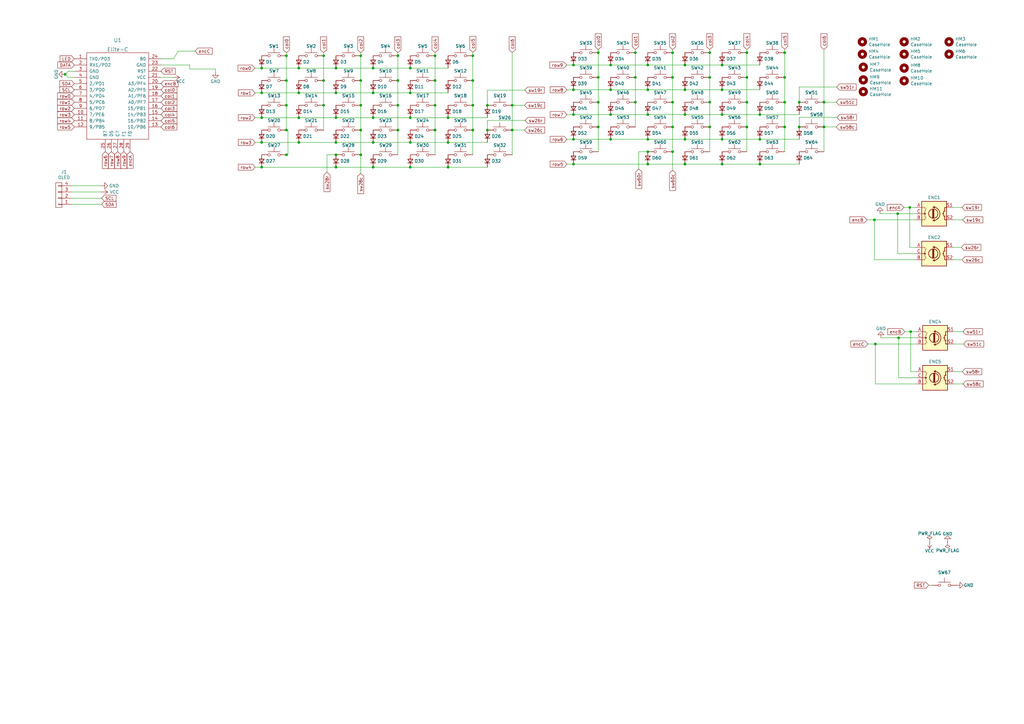
<source format=kicad_sch>
(kicad_sch (version 20211123) (generator eeschema)
  (paper "A3")
  (junction (at 306.324 52.07))
  (junction (at 373.126 85.09))
  (junction (at 265.684 57.15))
  (junction (at 280.924 36.83))
  (junction (at 122.555 48.26))
  (junction (at 275.844 41.91))
  (junction (at 147.955 43.18))
  (junction (at 193.929 53.34))
  (junction (at 265.684 26.67))
  (junction (at 235.204 46.99))
  (junction (at 122.555 27.94))
  (junction (at 327.787 52.07))
  (junction (at 291.084 41.91))
  (junction (at 163.195 33.02))
  (junction (at 107.315 58.42))
  (junction (at 168.275 48.26))
  (junction (at 153.035 38.1))
  (junction (at 296.164 46.99))
  (junction (at 163.195 22.86))
  (junction (at 147.955 53.34))
  (junction (at 368.554 138.557))
  (junction (at 306.324 31.75))
  (junction (at 250.444 26.67))
  (junction (at 321.818 21.59))
  (junction (at 235.204 57.15))
  (junction (at 199.898 53.34))
  (junction (at 291.084 52.07))
  (junction (at 178.435 53.34))
  (junction (at 280.924 57.15))
  (junction (at 183.769 48.26))
  (junction (at 245.364 21.59))
  (junction (at 117.475 33.02))
  (junction (at 147.955 33.02))
  (junction (at 147.955 22.86))
  (junction (at 153.035 58.42))
  (junction (at 178.435 33.02))
  (junction (at 168.275 68.58))
  (junction (at 359.029 141.097))
  (junction (at 193.929 22.86))
  (junction (at 275.844 52.07))
  (junction (at 132.715 22.86))
  (junction (at 210.058 43.18))
  (junction (at 137.795 58.42))
  (junction (at 311.658 67.31))
  (junction (at 147.955 63.5))
  (junction (at 373.507 136.017))
  (junction (at 132.715 33.02))
  (junction (at 245.364 31.75))
  (junction (at 275.844 21.59))
  (junction (at 260.604 21.59))
  (junction (at 178.435 22.86))
  (junction (at 163.195 43.18))
  (junction (at 311.658 46.99))
  (junction (at 260.604 41.91))
  (junction (at 280.924 46.99))
  (junction (at 296.164 67.31))
  (junction (at 137.795 48.26))
  (junction (at 321.818 41.91))
  (junction (at 275.844 62.23))
  (junction (at 280.924 67.31))
  (junction (at 235.204 26.67))
  (junction (at 163.195 53.34))
  (junction (at 122.555 38.1))
  (junction (at 265.684 62.23))
  (junction (at 265.684 67.31))
  (junction (at 122.555 58.42))
  (junction (at 235.204 36.83))
  (junction (at 321.818 52.07))
  (junction (at 210.058 53.34))
  (junction (at 296.164 36.83))
  (junction (at 199.898 43.18))
  (junction (at 291.084 31.75))
  (junction (at 260.604 31.75))
  (junction (at 337.947 52.07))
  (junction (at 245.364 52.07))
  (junction (at 235.204 67.31))
  (junction (at 291.084 21.59))
  (junction (at 168.275 38.1))
  (junction (at 193.929 43.18))
  (junction (at 183.769 58.42))
  (junction (at 306.324 41.91))
  (junction (at 193.929 33.02))
  (junction (at 153.035 48.26))
  (junction (at 132.715 43.18))
  (junction (at 306.324 21.59))
  (junction (at 168.275 27.94))
  (junction (at 26.67 30.48))
  (junction (at 280.924 26.67))
  (junction (at 311.658 57.15))
  (junction (at 245.364 41.91))
  (junction (at 327.787 41.91))
  (junction (at 250.444 46.99))
  (junction (at 107.315 68.58))
  (junction (at 178.435 43.18))
  (junction (at 250.444 36.83))
  (junction (at 275.844 31.75))
  (junction (at 153.035 68.58))
  (junction (at 117.475 53.34))
  (junction (at 265.684 36.83))
  (junction (at 137.795 27.94))
  (junction (at 117.475 22.86))
  (junction (at 296.164 26.67))
  (junction (at 265.684 46.99))
  (junction (at 107.315 48.26))
  (junction (at 183.769 68.58))
  (junction (at 321.818 31.75))
  (junction (at 137.795 63.5))
  (junction (at 358.648 90.17))
  (junction (at 337.947 41.91))
  (junction (at 107.315 38.1))
  (junction (at 117.475 43.18))
  (junction (at 117.475 63.5))
  (junction (at 137.795 38.1))
  (junction (at 368.173 87.63))
  (junction (at 107.315 27.94))
  (junction (at 296.164 57.15))
  (junction (at 168.275 58.42))
  (junction (at 137.795 68.58))
  (junction (at 153.035 27.94))
  (junction (at 250.444 57.15))
  (wire (pts (xy 368.554 138.557) (xy 361.315 138.557)))
  (wire (pts (xy 235.204 67.31) (xy 265.684 67.31)))
  (wire (pts (xy 183.769 68.58) (xy 199.898 68.58)))
  (wire (pts (xy 250.444 46.99) (xy 265.684 46.99)))
  (wire (pts (xy 291.084 62.23) (xy 291.084 52.07)))
  (wire (pts (xy 391.16 136.017) (xy 394.97 136.017)))
  (wire (pts (xy 199.898 53.34) (xy 199.898 49.403)))
  (wire (pts (xy 275.844 52.07) (xy 275.844 62.23)))
  (wire (pts (xy 29.21 81.28) (xy 41.656 81.28)))
  (wire (pts (xy 375.92 152.4) (xy 373.507 152.4)))
  (wire (pts (xy 337.947 52.07) (xy 337.947 62.23)))
  (wire (pts (xy 147.955 21.59) (xy 147.955 22.86)))
  (wire (pts (xy 210.058 53.34) (xy 215.138 53.34)))
  (wire (pts (xy 373.507 136.017) (xy 371.094 136.017)))
  (wire (pts (xy 107.315 48.26) (xy 122.555 48.26)))
  (wire (pts (xy 193.929 53.34) (xy 193.929 63.5)))
  (wire (pts (xy 337.947 20.32) (xy 337.947 41.91)))
  (wire (pts (xy 280.924 26.67) (xy 296.164 26.67)))
  (wire (pts (xy 117.475 53.34) (xy 118.11 53.34)))
  (wire (pts (xy 275.844 41.91) (xy 275.844 31.75)))
  (wire (pts (xy 147.955 43.18) (xy 147.955 33.02)))
  (wire (pts (xy 265.684 26.67) (xy 280.924 26.67)))
  (wire (pts (xy 28.067 29.21) (xy 30.48 29.21)))
  (wire (pts (xy 327.787 52.07) (xy 327.787 48.133)))
  (wire (pts (xy 163.195 33.02) (xy 163.195 22.86)))
  (wire (pts (xy 359.029 141.097) (xy 375.92 141.097)))
  (wire (pts (xy 391.16 157.48) (xy 394.97 157.48)))
  (wire (pts (xy 260.604 20.32) (xy 260.604 21.59)))
  (wire (pts (xy 66.04 26.67) (xy 77.851 26.67)))
  (wire (pts (xy 327.787 35.687) (xy 343.154 35.687)))
  (wire (pts (xy 26.67 30.48) (xy 28.067 31.75)))
  (wire (pts (xy 132.715 21.59) (xy 132.715 22.86)))
  (wire (pts (xy 199.898 43.18) (xy 199.898 36.957)))
  (wire (pts (xy 391.16 141.097) (xy 395.224 141.097)))
  (wire (pts (xy 168.275 58.42) (xy 183.769 58.42)))
  (wire (pts (xy 147.955 63.5) (xy 147.955 71.12)))
  (wire (pts (xy 265.684 67.31) (xy 280.924 67.31)))
  (wire (pts (xy 265.684 36.83) (xy 280.924 36.83)))
  (wire (pts (xy 178.435 43.18) (xy 178.435 33.02)))
  (wire (pts (xy 117.475 21.59) (xy 117.475 22.86)))
  (wire (pts (xy 358.648 90.17) (xy 375.539 90.17)))
  (wire (pts (xy 265.684 57.15) (xy 280.924 57.15)))
  (wire (pts (xy 373.507 152.4) (xy 373.507 136.017)))
  (wire (pts (xy 107.315 38.1) (xy 104.648 38.1)))
  (wire (pts (xy 235.204 26.67) (xy 232.41 26.67)))
  (wire (pts (xy 137.795 58.42) (xy 153.035 58.42)))
  (wire (pts (xy 375.539 101.473) (xy 373.126 101.473)))
  (wire (pts (xy 306.324 20.32) (xy 306.324 21.59)))
  (wire (pts (xy 296.164 36.83) (xy 311.658 36.83)))
  (wire (pts (xy 153.035 58.42) (xy 168.275 58.42)))
  (wire (pts (xy 391.16 152.4) (xy 394.716 152.4)))
  (wire (pts (xy 235.204 26.67) (xy 250.444 26.67)))
  (wire (pts (xy 250.444 36.83) (xy 265.684 36.83)))
  (wire (pts (xy 210.058 43.18) (xy 210.058 53.34)))
  (wire (pts (xy 66.04 24.13) (xy 71.247 24.13)))
  (wire (pts (xy 260.604 41.91) (xy 260.604 52.07)))
  (wire (pts (xy 178.435 53.34) (xy 178.435 43.18)))
  (wire (pts (xy 260.604 21.59) (xy 260.604 31.75)))
  (wire (pts (xy 359.029 141.097) (xy 355.981 141.097)))
  (wire (pts (xy 28.067 29.21) (xy 26.67 30.48)))
  (wire (pts (xy 193.929 43.18) (xy 193.929 53.34)))
  (wire (pts (xy 235.204 57.15) (xy 250.444 57.15)))
  (wire (pts (xy 250.444 26.67) (xy 265.684 26.67)))
  (wire (pts (xy 134.112 63.5) (xy 134.112 70.612)))
  (wire (pts (xy 116.84 63.5) (xy 117.475 63.5)))
  (wire (pts (xy 311.658 67.31) (xy 327.787 67.31)))
  (wire (pts (xy 153.035 48.26) (xy 168.275 48.26)))
  (wire (pts (xy 291.084 31.75) (xy 291.084 21.59)))
  (wire (pts (xy 321.818 41.91) (xy 321.818 52.07)))
  (wire (pts (xy 88.392 28.321) (xy 77.851 28.321)))
  (wire (pts (xy 375.539 104.013) (xy 368.173 104.013)))
  (wire (pts (xy 306.324 41.91) (xy 306.324 31.75)))
  (wire (pts (xy 132.715 22.86) (xy 132.715 33.02)))
  (wire (pts (xy 390.779 101.473) (xy 394.335 101.473)))
  (wire (pts (xy 183.769 48.26) (xy 199.898 48.26)))
  (wire (pts (xy 321.818 21.59) (xy 321.818 31.75)))
  (wire (pts (xy 163.195 63.5) (xy 163.195 53.34)))
  (wire (pts (xy 306.324 52.07) (xy 306.324 41.91)))
  (wire (pts (xy 321.818 31.75) (xy 321.818 41.91)))
  (wire (pts (xy 122.555 58.42) (xy 137.795 58.42)))
  (wire (pts (xy 321.818 52.07) (xy 321.818 62.23)))
  (wire (pts (xy 327.787 41.91) (xy 327.787 35.687)))
  (wire (pts (xy 368.173 104.013) (xy 368.173 87.63)))
  (wire (pts (xy 275.844 62.23) (xy 275.844 69.85)))
  (wire (pts (xy 168.275 27.94) (xy 183.769 27.94)))
  (wire (pts (xy 29.21 83.82) (xy 41.656 83.82)))
  (wire (pts (xy 358.648 106.553) (xy 358.648 90.17)))
  (wire (pts (xy 107.315 68.58) (xy 137.795 68.58)))
  (wire (pts (xy 210.058 21.59) (xy 210.058 43.18)))
  (wire (pts (xy 373.126 101.473) (xy 373.126 85.09)))
  (wire (pts (xy 306.324 21.59) (xy 306.324 31.75)))
  (wire (pts (xy 134.112 63.5) (xy 137.795 63.5)))
  (wire (pts (xy 210.058 43.18) (xy 215.138 43.18)))
  (wire (pts (xy 178.435 22.86) (xy 178.435 33.02)))
  (wire (pts (xy 80.01 20.955) (xy 73.025 20.955)))
  (wire (pts (xy 118.11 63.5) (xy 118.11 53.34)))
  (wire (pts (xy 137.795 27.94) (xy 153.035 27.94)))
  (wire (pts (xy 280.924 36.83) (xy 296.164 36.83)))
  (wire (pts (xy 275.844 31.75) (xy 275.844 21.59)))
  (wire (pts (xy 245.364 52.07) (xy 245.364 41.91)))
  (wire (pts (xy 178.435 63.5) (xy 178.435 53.34)))
  (wire (pts (xy 137.795 38.1) (xy 153.035 38.1)))
  (wire (pts (xy 306.324 62.23) (xy 306.324 52.07)))
  (wire (pts (xy 375.92 136.017) (xy 373.507 136.017)))
  (wire (pts (xy 265.684 46.99) (xy 280.924 46.99)))
  (wire (pts (xy 29.21 76.2) (xy 41.656 76.2)))
  (wire (pts (xy 122.555 48.26) (xy 137.795 48.26)))
  (wire (pts (xy 199.898 36.957) (xy 215.265 36.957)))
  (wire (pts (xy 337.947 52.07) (xy 343.027 52.07)))
  (wire (pts (xy 193.929 22.86) (xy 193.929 33.02)))
  (wire (pts (xy 163.195 43.18) (xy 163.195 33.02)))
  (wire (pts (xy 210.058 53.34) (xy 210.058 63.5)))
  (wire (pts (xy 375.539 85.09) (xy 373.126 85.09)))
  (wire (pts (xy 122.555 27.94) (xy 137.795 27.94)))
  (wire (pts (xy 235.204 46.99) (xy 232.537 46.99)))
  (wire (pts (xy 137.795 68.58) (xy 153.035 68.58)))
  (wire (pts (xy 66.04 31.75) (xy 71.12 31.75)))
  (wire (pts (xy 275.844 52.07) (xy 275.844 41.91)))
  (wire (pts (xy 107.315 27.94) (xy 122.555 27.94)))
  (wire (pts (xy 153.035 68.58) (xy 168.275 68.58)))
  (wire (pts (xy 117.475 63.5) (xy 118.11 63.5)))
  (wire (pts (xy 107.315 68.58) (xy 104.648 68.58)))
  (wire (pts (xy 107.315 58.42) (xy 122.555 58.42)))
  (wire (pts (xy 199.898 49.403) (xy 215.392 49.403)))
  (wire (pts (xy 117.475 22.86) (xy 117.475 33.02)))
  (wire (pts (xy 327.787 48.133) (xy 343.281 48.133)))
  (wire (pts (xy 296.164 67.31) (xy 311.658 67.31)))
  (wire (pts (xy 275.844 20.32) (xy 275.844 21.59)))
  (wire (pts (xy 117.475 43.18) (xy 117.475 53.34)))
  (wire (pts (xy 73.025 20.955) (xy 71.247 24.13)))
  (wire (pts (xy 235.204 36.83) (xy 250.444 36.83)))
  (wire (pts (xy 147.955 53.34) (xy 147.955 43.18)))
  (wire (pts (xy 311.658 57.15) (xy 327.787 57.15)))
  (wire (pts (xy 296.164 46.99) (xy 311.658 46.99)))
  (wire (pts (xy 29.21 78.74) (xy 41.656 78.74)))
  (wire (pts (xy 117.475 33.02) (xy 117.475 43.18)))
  (wire (pts (xy 291.084 20.32) (xy 291.084 21.59)))
  (wire (pts (xy 359.029 157.48) (xy 375.92 157.48)))
  (wire (pts (xy 153.035 27.94) (xy 168.275 27.94)))
  (wire (pts (xy 183.769 58.42) (xy 199.898 58.42)))
  (wire (pts (xy 296.164 57.15) (xy 311.658 57.15)))
  (wire (pts (xy 168.275 38.1) (xy 183.769 38.1)))
  (wire (pts (xy 235.204 57.15) (xy 232.537 57.15)))
  (wire (pts (xy 245.364 52.07) (xy 245.364 62.23)))
  (wire (pts (xy 132.715 43.18) (xy 132.715 53.34)))
  (wire (pts (xy 107.315 38.1) (xy 122.555 38.1)))
  (wire (pts (xy 132.715 33.02) (xy 132.715 43.18)))
  (wire (pts (xy 107.315 58.42) (xy 104.648 58.42)))
  (wire (pts (xy 137.795 48.26) (xy 153.035 48.26)))
  (wire (pts (xy 28.067 31.75) (xy 30.48 31.75)))
  (wire (pts (xy 168.275 48.26) (xy 183.769 48.26)))
  (wire (pts (xy 337.947 41.91) (xy 343.027 41.91)))
  (wire (pts (xy 168.275 68.58) (xy 183.769 68.58)))
  (wire (pts (xy 375.92 138.557) (xy 368.554 138.557)))
  (wire (pts (xy 77.851 28.321) (xy 77.851 26.67)))
  (wire (pts (xy 235.204 46.99) (xy 250.444 46.99)))
  (wire (pts (xy 296.164 26.67) (xy 311.658 26.67)))
  (wire (pts (xy 373.126 85.09) (xy 370.713 85.09)))
  (wire (pts (xy 262.001 62.23) (xy 265.684 62.23)))
  (wire (pts (xy 147.955 53.34) (xy 147.955 63.5)))
  (wire (pts (xy 260.604 31.75) (xy 260.604 41.91)))
  (wire (pts (xy 88.392 28.321) (xy 88.392 29.591)))
  (wire (pts (xy 178.435 21.59) (xy 178.435 22.86)))
  (wire (pts (xy 337.947 41.91) (xy 337.947 52.07)))
  (wire (pts (xy 311.658 46.99) (xy 327.787 46.99)))
  (wire (pts (xy 380.873 240.03) (xy 382.27 240.03)))
  (wire (pts (xy 122.555 38.1) (xy 137.795 38.1)))
  (wire (pts (xy 116.84 53.34) (xy 117.475 53.34)))
  (wire (pts (xy 291.084 52.07) (xy 291.084 41.91)))
  (wire (pts (xy 358.648 90.17) (xy 355.6 90.17)))
  (wire (pts (xy 104.648 48.26) (xy 107.315 48.26)))
  (wire (pts (xy 193.929 33.02) (xy 193.929 43.18)))
  (wire (pts (xy 193.929 21.463) (xy 193.929 22.86)))
  (wire (pts (xy 358.648 106.553) (xy 375.539 106.553)))
  (wire (pts (xy 280.924 46.99) (xy 296.164 46.99)))
  (wire (pts (xy 375.539 87.63) (xy 368.173 87.63)))
  (wire (pts (xy 390.779 90.17) (xy 394.843 90.17)))
  (wire (pts (xy 359.029 157.48) (xy 359.029 141.097)))
  (wire (pts (xy 280.924 57.15) (xy 296.164 57.15)))
  (wire (pts (xy 235.204 67.31) (xy 232.537 67.31)))
  (wire (pts (xy 245.364 21.59) (xy 245.364 31.75)))
  (wire (pts (xy 390.779 106.553) (xy 394.589 106.553)))
  (wire (pts (xy 245.364 31.75) (xy 245.364 41.91)))
  (wire (pts (xy 250.444 57.15) (xy 265.684 57.15)))
  (wire (pts (xy 153.035 38.1) (xy 168.275 38.1)))
  (wire (pts (xy 245.364 20.32) (xy 245.364 21.59)))
  (wire (pts (xy 280.924 67.31) (xy 296.164 67.31)))
  (wire (pts (xy 163.195 21.59) (xy 163.195 22.86)))
  (wire (pts (xy 107.315 27.94) (xy 104.521 27.94)))
  (wire (pts (xy 390.779 85.09) (xy 394.589 85.09)))
  (wire (pts (xy 291.084 41.91) (xy 291.084 31.75)))
  (wire (pts (xy 163.195 53.34) (xy 163.195 43.18)))
  (wire (pts (xy 321.818 20.193) (xy 321.818 21.59)))
  (wire (pts (xy 368.173 87.63) (xy 360.934 87.63)))
  (wire (pts (xy 235.204 36.83) (xy 232.537 36.83)))
  (wire (pts (xy 368.554 154.94) (xy 368.554 138.557)))
  (wire (pts (xy 375.92 154.94) (xy 368.554 154.94)))
  (wire (pts (xy 262.001 62.23) (xy 262.001 69.342)))
  (wire (pts (xy 147.955 33.02) (xy 147.955 22.86)))
  (global_label "sw58r" (shape input) (at 343.281 48.133 0) (property "Intersheet References" "${INTERSHEET_REFS}" (effects hide)))
  (global_label "col6" (shape input) (at 66.04 52.07 0) (property "Intersheet References" "${INTERSHEET_REFS}" (effects hide)))
  (global_label "row7" (shape input) (at 45.72 62.23 270) (property "Intersheet References" "${INTERSHEET_REFS}" (effects hide)))
  (global_label "row2" (shape input) (at 30.48 44.45 180) (property "Intersheet References" "${INTERSHEET_REFS}" (effects hide)))
  (global_label "col5" (shape input) (at 193.929 21.463 90) (property "Intersheet References" "${INTERSHEET_REFS}" (effects hide)))
  (global_label "col0" (shape input) (at 245.364 20.32 90) (property "Intersheet References" "${INTERSHEET_REFS}" (effects hide)))
  (global_label "SDA" (shape input) (at 30.48 34.29 180) (property "Intersheet References" "${INTERSHEET_REFS}" (effects hide)))
  (global_label "row4" (shape input) (at 104.648 68.58 180) (property "Intersheet References" "${INTERSHEET_REFS}" (effects hide)))
  (global_label "col3" (shape input) (at 291.084 20.32 90) (property "Intersheet References" "${INTERSHEET_REFS}" (effects hide)))
  (global_label "encB" (shape input) (at 66.04 34.29 0) (property "Intersheet References" "${INTERSHEET_REFS}" (effects hide)))
  (global_label "row3" (shape input) (at 104.648 58.42 180) (property "Intersheet References" "${INTERSHEET_REFS}" (effects hide)))
  (global_label "sw51r" (shape input) (at 394.97 136.017 0) (property "Intersheet References" "${INTERSHEET_REFS}" (effects hide)))
  (global_label "row0" (shape input) (at 104.521 27.94 180) (property "Intersheet References" "${INTERSHEET_REFS}" (effects hide)))
  (global_label "row6" (shape input) (at 43.18 62.23 270) (property "Intersheet References" "${INTERSHEET_REFS}" (effects hide)))
  (global_label "col3" (shape input) (at 66.04 44.45 0) (property "Intersheet References" "${INTERSHEET_REFS}" (effects hide)))
  (global_label "sw60c" (shape input) (at 275.844 69.85 270) (property "Intersheet References" "${INTERSHEET_REFS}" (effects hide)))
  (global_label "sw28r" (shape input) (at 134.112 70.612 270) (property "Intersheet References" "${INTERSHEET_REFS}" (effects hide)))
  (global_label "col3" (shape input) (at 163.195 21.59 90) (property "Intersheet References" "${INTERSHEET_REFS}" (effects hide)))
  (global_label "encC" (shape input) (at 355.981 141.097 180) (property "Intersheet References" "${INTERSHEET_REFS}" (effects hide)))
  (global_label "encA" (shape input) (at 370.713 85.09 180) (property "Intersheet References" "${INTERSHEET_REFS}" (effects hide)))
  (global_label "col6" (shape input) (at 337.947 20.32 90) (property "Intersheet References" "${INTERSHEET_REFS}" (effects hide)))
  (global_label "col5" (shape input) (at 321.818 20.193 90) (property "Intersheet References" "${INTERSHEET_REFS}" (effects hide)))
  (global_label "col0" (shape input) (at 66.04 36.83 0) (property "Intersheet References" "${INTERSHEET_REFS}" (effects hide)))
  (global_label "sw26c" (shape input) (at 394.589 106.553 0) (property "Intersheet References" "${INTERSHEET_REFS}" (effects hide)))
  (global_label "col2" (shape input) (at 275.844 20.32 90) (property "Intersheet References" "${INTERSHEET_REFS}" (effects hide)))
  (global_label "col4" (shape input) (at 178.435 21.59 90) (property "Intersheet References" "${INTERSHEET_REFS}" (effects hide)))
  (global_label "encA" (shape input) (at 53.34 62.23 270) (property "Intersheet References" "${INTERSHEET_REFS}" (effects hide)))
  (global_label "sw26c" (shape input) (at 215.138 53.34 0) (property "Intersheet References" "${INTERSHEET_REFS}" (effects hide)))
  (global_label "col0" (shape input) (at 117.475 21.59 90) (property "Intersheet References" "${INTERSHEET_REFS}" (effects hide)))
  (global_label "sw19c" (shape input) (at 394.843 90.17 0) (property "Intersheet References" "${INTERSHEET_REFS}" (effects hide)))
  (global_label "sw26r" (shape input) (at 394.335 101.473 0) (property "Intersheet References" "${INTERSHEET_REFS}" (effects hide)))
  (global_label "sw26r" (shape input) (at 215.392 49.403 0) (property "Intersheet References" "${INTERSHEET_REFS}" (effects hide)))
  (global_label "col1" (shape input) (at 260.604 20.32 90) (property "Intersheet References" "${INTERSHEET_REFS}" (effects hide)))
  (global_label "sw28c" (shape input) (at 147.955 71.12 270) (property "Intersheet References" "${INTERSHEET_REFS}" (effects hide)))
  (global_label "row6" (shape input) (at 232.537 57.15 180) (property "Intersheet References" "${INTERSHEET_REFS}" (effects hide)))
  (global_label "sw60r" (shape input) (at 262.001 69.342 270) (property "Intersheet References" "${INTERSHEET_REFS}" (effects hide)))
  (global_label "sw58c" (shape input) (at 343.027 52.07 0) (property "Intersheet References" "${INTERSHEET_REFS}" (effects hide)))
  (global_label "row1" (shape input) (at 30.48 41.91 180) (property "Intersheet References" "${INTERSHEET_REFS}" (effects hide)))
  (global_label "col1" (shape input) (at 132.715 21.59 90) (property "Intersheet References" "${INTERSHEET_REFS}" (effects hide)))
  (global_label "sw19c" (shape input) (at 215.138 43.18 0) (property "Intersheet References" "${INTERSHEET_REFS}" (effects hide)))
  (global_label "sw19r" (shape input) (at 215.265 36.957 0) (property "Intersheet References" "${INTERSHEET_REFS}" (effects hide)))
  (global_label "row2" (shape input) (at 104.648 48.26 180) (property "Intersheet References" "${INTERSHEET_REFS}" (effects hide)))
  (global_label "encB" (shape input) (at 371.094 136.017 180) (property "Intersheet References" "${INTERSHEET_REFS}" (effects hide)))
  (global_label "RST" (shape input) (at 66.04 29.21 0) (property "Intersheet References" "${INTERSHEET_REFS}" (effects hide)))
  (global_label "sw58c" (shape input) (at 394.97 157.48 0) (property "Intersheet References" "${INTERSHEET_REFS}" (effects hide)))
  (global_label "SDA" (shape input) (at 41.656 83.82 0) (property "Intersheet References" "${INTERSHEET_REFS}" (effects hide)))
  (global_label "encB" (shape input) (at 355.6 90.17 180) (property "Intersheet References" "${INTERSHEET_REFS}" (effects hide)))
  (global_label "row5" (shape input) (at 232.537 67.31 180) (property "Intersheet References" "${INTERSHEET_REFS}" (effects hide)))
  (global_label "row4" (shape input) (at 30.48 49.53 180) (property "Intersheet References" "${INTERSHEET_REFS}" (effects hide)))
  (global_label "row9" (shape input) (at 50.8 62.23 270) (property "Intersheet References" "${INTERSHEET_REFS}" (effects hide)))
  (global_label "row8" (shape input) (at 232.537 36.83 180) (property "Intersheet References" "${INTERSHEET_REFS}" (effects hide)))
  (global_label "row3" (shape input) (at 30.48 46.99 180) (property "Intersheet References" "${INTERSHEET_REFS}" (effects hide)))
  (global_label "col4" (shape input) (at 306.324 20.32 90) (property "Intersheet References" "${INTERSHEET_REFS}" (effects hide)))
  (global_label "sw51c" (shape input) (at 395.224 141.097 0) (property "Intersheet References" "${INTERSHEET_REFS}" (effects hide)))
  (global_label "row9" (shape input) (at 232.41 26.67 180) (property "Intersheet References" "${INTERSHEET_REFS}" (effects hide)))
  (global_label "LED" (shape input) (at 30.48 24.13 180) (property "Intersheet References" "${INTERSHEET_REFS}" (effects hide)))
  (global_label "col2" (shape input) (at 147.955 21.59 90) (property "Intersheet References" "${INTERSHEET_REFS}" (effects hide)))
  (global_label "col5" (shape input) (at 66.04 49.53 0) (property "Intersheet References" "${INTERSHEET_REFS}" (effects hide)))
  (global_label "row5" (shape input) (at 30.48 52.07 180) (property "Intersheet References" "${INTERSHEET_REFS}" (effects hide)))
  (global_label "SCL" (shape input) (at 41.656 81.28 0) (property "Intersheet References" "${INTERSHEET_REFS}" (effects hide)))
  (global_label "col2" (shape input) (at 66.04 41.91 0) (property "Intersheet References" "${INTERSHEET_REFS}" (effects hide)))
  (global_label "row0" (shape input) (at 30.48 39.37 180) (property "Intersheet References" "${INTERSHEET_REFS}" (effects hide)))
  (global_label "row8" (shape input) (at 48.26 62.23 270) (property "Intersheet References" "${INTERSHEET_REFS}" (effects hide)))
  (global_label "sw58r" (shape input) (at 394.716 152.4 0) (property "Intersheet References" "${INTERSHEET_REFS}" (effects hide)))
  (global_label "sw51c" (shape input) (at 343.027 41.91 0) (property "Intersheet References" "${INTERSHEET_REFS}" (effects hide)))
  (global_label "sw19r" (shape input) (at 394.589 85.09 0) (property "Intersheet References" "${INTERSHEET_REFS}" (effects hide)))
  (global_label "SCL" (shape input) (at 30.48 36.83 180) (property "Intersheet References" "${INTERSHEET_REFS}" (effects hide)))
  (global_label "col6" (shape input) (at 210.058 21.59 90) (property "Intersheet References" "${INTERSHEET_REFS}" (effects hide)))
  (global_label "col1" (shape input) (at 66.04 39.37 0) (property "Intersheet References" "${INTERSHEET_REFS}" (effects hide)))
  (global_label "row1" (shape input) (at 104.648 38.1 180) (property "Intersheet References" "${INTERSHEET_REFS}" (effects hide)))
  (global_label "DATA" (shape input) (at 30.48 26.67 180) (property "Intersheet References" "${INTERSHEET_REFS}" (effects hide)))
  (global_label "RST" (shape input) (at 380.873 240.03 180) (property "Intersheet References" "${INTERSHEET_REFS}" (effects hide)))
  (global_label "row7" (shape input) (at 232.537 46.99 180) (property "Intersheet References" "${INTERSHEET_REFS}" (effects hide)))
  (global_label "col4" (shape input) (at 66.04 46.99 0) (property "Intersheet References" "${INTERSHEET_REFS}" (effects hide)))
  (global_label "sw51r" (shape input) (at 343.154 35.687 0) (property "Intersheet References" "${INTERSHEET_REFS}" (effects hide)))
  (global_label "encC" (shape input) (at 80.01 20.955 0) (property "Intersheet References" "${INTERSHEET_REFS}" (effects hide)))
  (symbol (lib_id "Switch:SW_Push") (at 301.244 41.91 0) (unit 1)
    (property "Reference" "SW49" (at 301.244 37.973 0))
    (property "Value" "SW_Push" (effects hide))
    (property "Footprint" "footprints:CherryMX_Hotswap" (effects hide))
  )
  (symbol (lib_id "Switch:SW_Push") (at 142.875 22.86 0) (unit 1)
    (property "Reference" "SW3" (at 142.875 18.923 0))
    (property "Value" "SW_Push" (effects hide))
    (property "Footprint" "footprints:CherryMX_Hotswap" (effects hide))
  )
  (symbol (lib_id "Switch:SW_Push") (at 301.244 31.75 0) (unit 1)
    (property "Reference" "SW43" (at 301.244 27.813 0))
    (property "Value" "SW_Push" (effects hide))
    (property "Footprint" "footprints:CherryMX_Hotswap" (effects hide))
  )
  (symbol (lib_id "power:GND") (at 392.43 240.03 90) (unit 1)
    (property "Reference" "#PWR020" (effects hide))
    (property "Value" "GND" (at 395.224 240.03 90) (effects (justify right)))
  )
  (symbol (lib_id "Switch:SW_Push") (at 270.764 21.59 0) (unit 1)
    (property "Reference" "SW35" (at 270.764 17.653 0))
    (property "Value" "SW_Push" (effects hide))
    (property "Footprint" "footprints:CherryMX_Hotswap" (effects hide))
  )
  (symbol (lib_id "Device:D_Small") (at 327.787 44.45 90) (unit 1)
    (property "Reference" "D51" (at 329.5142 44.45 90) (effects (justify right)))
    (property "Value" "1N4148" (effects hide))
    (property "Footprint" "footprints:D3_hybrid_common_hole_connected_fix" (effects hide))
  )
  (symbol (lib_id "Device:D_Small") (at 280.924 24.13 90) (unit 1)
    (property "Reference" "D36" (at 282.6512 24.13 90) (effects (justify right)))
    (property "Value" "1N4148" (effects hide))
    (property "Footprint" "footprints:D3_hybrid_common_hole_connected_fix" (effects hide))
  )
  (symbol (lib_id "Device:D_Small") (at 137.795 66.04 90) (unit 1)
    (property "Reference" "D28" (at 139.5222 66.04 90) (effects (justify right)))
    (property "Value" "1N4148" (effects hide))
    (property "Footprint" "footprints:D3_hybrid_common_hole_connected_fix" (effects hide))
  )
  (symbol (lib_id "avalanche-hotswap-rescue:Rotary_Encoder_Switch-Device") (at 383.159 87.63 0) (unit 1)
    (property "Reference" "ENC1" (at 383.159 81.026 0))
    (property "Value" "Rotary_Encoder_Switch" (effects hide))
    (property "Footprint" "footprints:RotaryEncoder_EC11" (effects hide))
  )
  (symbol (lib_id "Device:D_Small") (at 168.275 25.4 90) (unit 1)
    (property "Reference" "D5" (at 170.0022 25.4 90) (effects (justify right)))
    (property "Value" "1N4148" (effects hide))
    (property "Footprint" "footprints:D3_hybrid_common_hole_connected_fix" (effects hide))
  )
  (symbol (lib_id "Device:D_Small") (at 280.924 34.29 90) (unit 1)
    (property "Reference" "D42" (at 282.6512 34.29 90) (effects (justify right)))
    (property "Value" "1N4148" (effects hide))
    (property "Footprint" "footprints:D3_hybrid_common_hole_connected_fix" (effects hide))
  )
  (symbol (lib_id "Mechanical:MountingHole") (at 389.255 22.225 0) (unit 1)
    (property "Reference" "HM6" (at 391.795 21.0566 0) (effects (justify left)))
    (property "Value" "CaseHole" (at 391.795 23.368 0) (effects (justify left)))
    (property "Footprint" "footprints:spacer_m2" (effects hide))
  )
  (symbol (lib_id "Device:D_Small") (at 153.035 35.56 90) (unit 1)
    (property "Reference" "D10" (at 154.7622 35.56 90) (effects (justify right)))
    (property "Value" "1N4148" (effects hide))
    (property "Footprint" "footprints:D3_hybrid_common_hole_connected_fix" (effects hide))
  )
  (symbol (lib_id "Switch:SW_Push") (at 316.738 31.75 0) (unit 1)
    (property "Reference" "SW44" (at 316.738 27.813 0))
    (property "Value" "SW_Push" (effects hide))
    (property "Footprint" "footprints:CherryMX_Hotswap" (effects hide))
  )
  (symbol (lib_id "Switch:SW_Push") (at 332.867 41.91 0) (unit 1)
    (property "Reference" "SW51" (at 332.867 37.973 0))
    (property "Value" "SW_Push" (effects hide))
    (property "Footprint" "footprints:CherryMX_Hotswap" (effects hide))
  )
  (symbol (lib_id "Device:D_Small") (at 327.787 64.77 90) (unit 1)
    (property "Reference" "D64" (at 329.5142 64.77 90) (effects (justify right)))
    (property "Value" "1N4148" (effects hide))
    (property "Footprint" "footprints:D3_hybrid_common_hole_connected_fix" (effects hide))
  )
  (symbol (lib_id "avalanche-hotswap-rescue:Rotary_Encoder_Switch-Device") (at 383.54 154.94 0) (unit 1)
    (property "Reference" "ENC5" (at 383.54 148.336 0))
    (property "Value" "Rotary_Encoder_Switch" (effects hide))
    (property "Footprint" "footprints:RotaryEncoder_EC11" (effects hide))
  )
  (symbol (lib_id "power:GND") (at 26.67 30.48 270) (unit 1)
    (property "Reference" "#PWR0101" (effects hide))
    (property "Value" "GND" (at 23.114 32.512 0) (effects (justify right)))
  )
  (symbol (lib_id "Device:D_Small") (at 296.164 54.61 90) (unit 1)
    (property "Reference" "D56" (at 297.8912 54.61 90) (effects (justify right)))
    (property "Value" "1N4148" (effects hide))
    (property "Footprint" "footprints:D3_hybrid_common_hole_connected_fix" (effects hide))
  )
  (symbol (lib_id "Switch:SW_Push") (at 270.764 52.07 0) (unit 1)
    (property "Reference" "SW54" (at 270.764 48.133 0))
    (property "Value" "SW_Push" (effects hide))
    (property "Footprint" "footprints:CherryMX_Hotswap" (effects hide))
  )
  (symbol (lib_id "Switch:SW_Push") (at 204.978 43.18 0) (unit 1)
    (property "Reference" "SW19" (at 204.978 39.243 0))
    (property "Value" "SW_Push" (effects hide))
    (property "Footprint" "footprints:CherryMX_Hotswap" (effects hide))
  )
  (symbol (lib_id "Switch:SW_Push") (at 188.849 63.5 0) (unit 1)
    (property "Reference" "SW31" (at 188.849 59.563 0))
    (property "Value" "SW_Push" (effects hide))
    (property "Footprint" "footprints:CherryMX_Hotswap" (effects hide))
  )
  (symbol (lib_id "Device:D_Small") (at 168.275 35.56 90) (unit 1)
    (property "Reference" "D11" (at 170.0022 35.56 90) (effects (justify right)))
    (property "Value" "1N4148" (effects hide))
    (property "Footprint" "footprints:D3_hybrid_common_hole_connected_fix" (effects hide))
  )
  (symbol (lib_id "Switch:SW_Push") (at 286.004 52.07 0) (unit 1)
    (property "Reference" "SW55" (at 286.004 48.133 0))
    (property "Value" "SW_Push" (effects hide))
    (property "Footprint" "footprints:CherryMX_Hotswap" (effects hide))
  )
  (symbol (lib_id "Switch:SW_Push") (at 286.004 41.91 0) (unit 1)
    (property "Reference" "SW48" (at 286.004 37.973 0))
    (property "Value" "SW_Push" (effects hide))
    (property "Footprint" "footprints:CherryMX_Hotswap" (effects hide))
  )
  (symbol (lib_id "Switch:SW_Push") (at 240.284 21.59 0) (unit 1)
    (property "Reference" "SW33" (at 240.284 17.653 0))
    (property "Value" "SW_Push" (effects hide))
    (property "Footprint" "footprints:CherryMX_Hotswap" (effects hide))
  )
  (symbol (lib_id "Device:D_Small") (at 168.275 45.72 90) (unit 1)
    (property "Reference" "D17" (at 170.0022 45.72 90) (effects (justify right)))
    (property "Value" "1N4148" (effects hide))
    (property "Footprint" "footprints:D3_hybrid_common_hole_connected_fix" (effects hide))
  )
  (symbol (lib_id "Switch:SW_Push") (at 127.635 53.34 0) (unit 1)
    (property "Reference" "SW21" (at 127.635 49.403 0))
    (property "Value" "SW_Push" (effects hide))
    (property "Footprint" "footprints:CherryMX_Hotswap" (effects hide))
  )
  (symbol (lib_id "Device:D_Small") (at 280.924 64.77 90) (unit 1)
    (property "Reference" "D61" (at 282.6512 64.77 90) (effects (justify right)))
    (property "Value" "1N4148" (effects hide))
    (property "Footprint" "footprints:D3_hybrid_common_hole_connected_fix" (effects hide))
  )
  (symbol (lib_id "Switch:SW_Push") (at 332.867 52.07 0) (unit 1)
    (property "Reference" "SW58" (at 334.899 46.99 0))
    (property "Value" "SW_Push" (effects hide))
    (property "Footprint" "footprints:CherryMX_Hotswap" (effects hide))
  )
  (symbol (lib_id "power:GND") (at 360.934 87.63 180) (unit 1)
    (property "Reference" "#PWR013" (effects hide))
    (property "Value" "GND" (at 358.902 83.82 0) (effects (justify right)))
  )
  (symbol (lib_id "Device:D_Small") (at 183.769 66.04 90) (unit 1)
    (property "Reference" "D31" (at 185.4962 66.04 90) (effects (justify right)))
    (property "Value" "1N4148" (effects hide))
    (property "Footprint" "footprints:D3_hybrid_common_hole_connected_fix" (effects hide))
  )
  (symbol (lib_id "Device:D_Small") (at 183.769 35.56 90) (unit 1)
    (property "Reference" "D12" (at 185.4962 35.56 90) (effects (justify right)))
    (property "Value" "1N4148" (effects hide))
    (property "Footprint" "footprints:D3_hybrid_common_hole_connected_fix" (effects hide))
  )
  (symbol (lib_id "power:GND") (at 41.656 76.2 90) (unit 1)
    (property "Reference" "#PWR0102" (effects hide))
    (property "Value" "GND" (at 44.704 76.2 90) (effects (justify right)))
  )
  (symbol (lib_id "power:GND") (at 88.392 29.591 0) (unit 1)
    (property "Reference" "#PWR015" (effects hide))
    (property "Value" "GND" (at 90.424 33.401 0) (effects (justify right)))
  )
  (symbol (lib_id "Device:D_Small") (at 153.035 45.72 90) (unit 1)
    (property "Reference" "D16" (at 154.7622 45.72 90) (effects (justify right)))
    (property "Value" "1N4148" (effects hide))
    (property "Footprint" "footprints:D3_hybrid_common_hole_connected_fix" (effects hide))
  )
  (symbol (lib_id "Device:D_Small") (at 296.164 44.45 90) (unit 1)
    (property "Reference" "D49" (at 297.8912 44.45 90) (effects (justify right)))
    (property "Value" "1N4148" (effects hide))
    (property "Footprint" "footprints:D3_hybrid_common_hole_connected_fix" (effects hide))
  )
  (symbol (lib_id "Switch:SW_Push") (at 316.738 41.91 0) (unit 1)
    (property "Reference" "SW50" (at 316.738 37.973 0))
    (property "Value" "SW_Push" (effects hide))
    (property "Footprint" "footprints:CherryMX_Hotswap" (effects hide))
  )
  (symbol (lib_id "Switch:SW_Push") (at 173.355 43.18 0) (unit 1)
    (property "Reference" "SW17" (at 173.355 39.243 0))
    (property "Value" "SW_Push" (effects hide))
    (property "Footprint" "footprints:CherryMX_Hotswap" (effects hide))
  )
  (symbol (lib_id "Switch:SW_Push") (at 173.355 33.02 0) (unit 1)
    (property "Reference" "SW11" (at 173.355 29.083 0))
    (property "Value" "SW_Push" (effects hide))
    (property "Footprint" "footprints:CherryMX_Hotswap" (effects hide))
  )
  (symbol (lib_id "Switch:SW_Push") (at 255.524 41.91 0) (unit 1)
    (property "Reference" "SW46" (at 255.524 37.973 0))
    (property "Value" "SW_Push" (effects hide))
    (property "Footprint" "footprints:CherryMX_Hotswap" (effects hide))
  )
  (symbol (lib_id "Switch:SW_Push") (at 286.004 62.23 0) (unit 1)
    (property "Reference" "SW61" (at 286.004 58.293 0))
    (property "Value" "SW_Push" (effects hide))
    (property "Footprint" "footprints:CherryMX_Hotswap" (effects hide))
  )
  (symbol (lib_id "Switch:SW_Push") (at 112.395 43.18 0) (unit 1)
    (property "Reference" "SW13" (at 112.395 39.243 0))
    (property "Value" "SW_Push" (effects hide))
    (property "Footprint" "footprints:CherryMX_Hotswap" (effects hide))
  )
  (symbol (lib_id "Switch:SW_Push") (at 158.115 53.34 0) (unit 1)
    (property "Reference" "SW23" (at 158.115 49.403 0))
    (property "Value" "SW_Push" (effects hide))
    (property "Footprint" "footprints:CherryMX_Hotswap" (effects hide))
  )
  (symbol (lib_id "Switch:SW_Push") (at 127.635 43.18 0) (unit 1)
    (property "Reference" "SW14" (at 127.635 39.243 0))
    (property "Value" "SW_Push" (effects hide))
    (property "Footprint" "footprints:CherryMX_Hotswap" (effects hide))
  )
  (symbol (lib_id "Device:D_Small") (at 265.684 44.45 90) (unit 1)
    (property "Reference" "D47" (at 267.4112 44.45 90) (effects (justify right)))
    (property "Value" "1N4148" (effects hide))
    (property "Footprint" "footprints:D3_hybrid_common_hole_connected_fix" (effects hide))
  )
  (symbol (lib_id "Switch:SW_Push") (at 188.849 43.18 0) (unit 1)
    (property "Reference" "SW18" (at 188.849 39.243 0))
    (property "Value" "SW_Push" (effects hide))
    (property "Footprint" "footprints:CherryMX_Hotswap" (effects hide))
  )
  (symbol (lib_id "Device:D_Small") (at 250.444 54.61 90) (unit 1)
    (property "Reference" "D53" (at 252.1712 54.61 90) (effects (justify right)))
    (property "Value" "1N4148" (effects hide))
    (property "Footprint" "footprints:D3_hybrid_common_hole_connected_fix" (effects hide))
  )
  (symbol (lib_id "Device:D_Small") (at 153.035 55.88 90) (unit 1)
    (property "Reference" "D23" (at 154.7622 55.88 90) (effects (justify right)))
    (property "Value" "1N4148" (effects hide))
    (property "Footprint" "footprints:D3_hybrid_common_hole_connected_fix" (effects hide))
  )
  (symbol (lib_id "Device:D_Small") (at 311.658 24.13 90) (unit 1)
    (property "Reference" "D38" (at 313.3852 24.13 90) (effects (justify right)))
    (property "Value" "1N4148" (effects hide))
    (property "Footprint" "footprints:D3_hybrid_common_hole_connected_fix" (effects hide))
  )
  (symbol (lib_id "Switch:SW_Push") (at 204.978 63.5 0) (unit 1)
    (property "Reference" "SW32" (at 204.978 59.563 0))
    (property "Value" "SW_Push" (effects hide))
    (property "Footprint" "footprints:CherryMX_Hotswap" (effects hide))
  )
  (symbol (lib_id "Device:D_Small") (at 122.555 25.4 90) (unit 1)
    (property "Reference" "D2" (at 124.2822 25.4 90) (effects (justify right)))
    (property "Value" "1N4148" (effects hide))
    (property "Footprint" "footprints:D3_hybrid_common_hole_connected_fix" (effects hide))
  )
  (symbol (lib_id "Device:D_Small") (at 250.444 24.13 90) (unit 1)
    (property "Reference" "D34" (at 252.1712 24.13 90) (effects (justify right)))
    (property "Value" "1N4148" (effects hide))
    (property "Footprint" "footprints:D3_hybrid_common_hole_connected_fix" (effects hide))
  )
  (symbol (lib_id "Device:D_Small") (at 311.658 64.77 90) (unit 1)
    (property "Reference" "D63" (at 313.3852 64.77 90) (effects (justify right)))
    (property "Value" "1N4148" (effects hide))
    (property "Footprint" "footprints:D3_hybrid_common_hole_connected_fix" (effects hide))
  )
  (symbol (lib_id "Device:D_Small") (at 122.555 55.88 90) (unit 1)
    (property "Reference" "D21" (at 124.2822 55.88 90) (effects (justify right)))
    (property "Value" "1N4148" (effects hide))
    (property "Footprint" "footprints:D3_hybrid_common_hole_connected_fix" (effects hide))
  )
  (symbol (lib_id "Device:D_Small") (at 183.769 45.72 90) (unit 1)
    (property "Reference" "D18" (at 185.4962 45.72 90) (effects (justify right)))
    (property "Value" "1N4148" (effects hide))
    (property "Footprint" "footprints:D3_hybrid_common_hole_connected_fix" (effects hide))
  )
  (symbol (lib_id "Device:D_Small") (at 265.684 54.61 90) (unit 1)
    (property "Reference" "D54" (at 267.4112 54.61 90) (effects (justify right)))
    (property "Value" "1N4148" (effects hide))
    (property "Footprint" "footprints:D3_hybrid_common_hole_connected_fix" (effects hide))
  )
  (symbol (lib_id "Device:D_Small") (at 107.315 35.56 90) (unit 1)
    (property "Reference" "D7" (at 109.0422 35.56 90) (effects (justify right)))
    (property "Value" "1N4148" (effects hide))
    (property "Footprint" "footprints:D3_hybrid_common_hole_connected_fix" (effects hide))
  )
  (symbol (lib_id "Switch:SW_Push") (at 301.244 52.07 0) (unit 1)
    (property "Reference" "SW56" (at 301.244 48.133 0))
    (property "Value" "SW_Push" (effects hide))
    (property "Footprint" "footprints:CherryMX_Hotswap" (effects hide))
  )
  (symbol (lib_id "Device:D_Small") (at 122.555 35.56 90) (unit 1)
    (property "Reference" "D8" (at 124.2822 35.56 90) (effects (justify right)))
    (property "Value" "1N4148" (effects hide))
    (property "Footprint" "footprints:D3_hybrid_common_hole_connected_fix" (effects hide))
  )
  (symbol (lib_id "Mechanical:MountingHole") (at 370.84 22.225 0) (unit 1)
    (property "Reference" "HM5" (at 373.38 21.0566 0) (effects (justify left)))
    (property "Value" "CaseHole" (at 373.38 23.368 0) (effects (justify left)))
    (property "Footprint" "footprints:spacer_m2" (effects hide))
  )
  (symbol (lib_id "Device:D_Small") (at 153.035 25.4 90) (unit 1)
    (property "Reference" "D4" (at 154.7622 25.4 90) (effects (justify right)))
    (property "Value" "1N4148" (effects hide))
    (property "Footprint" "footprints:D3_hybrid_common_hole_connected_fix" (effects hide))
  )
  (symbol (lib_id "Device:D_Small") (at 296.164 64.77 90) (unit 1)
    (property "Reference" "D62" (at 297.8912 64.77 90) (effects (justify right)))
    (property "Value" "1N4148" (effects hide))
    (property "Footprint" "footprints:D3_hybrid_common_hole_connected_fix" (effects hide))
  )
  (symbol (lib_id "Switch:SW_Push") (at 240.284 52.07 0) (unit 1)
    (property "Reference" "SW52" (at 240.284 48.133 0))
    (property "Value" "SW_Push" (effects hide))
    (property "Footprint" "footprints:CherryMX_Hotswap" (effects hide))
  )
  (symbol (lib_id "Mechanical:MountingHole") (at 353.695 17.145 0) (unit 1)
    (property "Reference" "HM1" (at 356.235 15.9766 0) (effects (justify left)))
    (property "Value" "CaseHole" (at 356.235 18.288 0) (effects (justify left)))
    (property "Footprint" "footprints:spacer_m2" (effects hide))
  )
  (symbol (lib_id "Device:D_Small") (at 137.795 45.72 90) (unit 1)
    (property "Reference" "D15" (at 139.5222 45.72 90) (effects (justify right)))
    (property "Value" "1N4148" (effects hide))
    (property "Footprint" "footprints:D3_hybrid_common_hole_connected_fix" (effects hide))
  )
  (symbol (lib_id "Device:D_Small") (at 183.769 25.4 90) (unit 1)
    (property "Reference" "D6" (at 185.4962 25.4 90) (effects (justify right)))
    (property "Value" "1N4148" (effects hide))
    (property "Footprint" "footprints:D3_hybrid_common_hole_connected_fix" (effects hide))
  )
  (symbol (lib_id "Switch:SW_Push") (at 301.244 62.23 0) (unit 1)
    (property "Reference" "SW62" (at 301.244 58.293 0))
    (property "Value" "SW_Push" (effects hide))
    (property "Footprint" "footprints:CherryMX_Hotswap" (effects hide))
  )
  (symbol (lib_id "Device:D_Small") (at 168.275 66.04 90) (unit 1)
    (property "Reference" "D30" (at 170.0022 66.04 90) (effects (justify right)))
    (property "Value" "1N4148" (effects hide))
    (property "Footprint" "footprints:D3_hybrid_common_hole_connected_fix" (effects hide))
  )
  (symbol (lib_id "Switch:SW_Push") (at 112.395 33.02 0) (unit 1)
    (property "Reference" "SW7" (at 112.395 29.083 0))
    (property "Value" "SW_Push" (effects hide))
    (property "Footprint" "footprints:CherryMX_Hotswap" (effects hide))
  )
  (symbol (lib_id "Switch:SW_Push") (at 316.738 21.59 0) (unit 1)
    (property "Reference" "SW38" (at 316.738 17.653 0))
    (property "Value" "SW_Push" (effects hide))
    (property "Footprint" "footprints:CherryMX_Hotswap" (effects hide))
  )
  (symbol (lib_id "Mechanical:MountingHole") (at 354.076 27.559 0) (unit 1)
    (property "Reference" "HM7" (at 356.616 26.3906 0) (effects (justify left)))
    (property "Value" "CaseHole" (at 356.616 28.702 0) (effects (justify left)))
    (property "Footprint" "footprints:spacer_m2" (effects hide))
  )
  (symbol (lib_id "Switch:SW_Push") (at 240.284 41.91 0) (unit 1)
    (property "Reference" "SW45" (at 240.284 37.973 0))
    (property "Value" "SW_Push" (effects hide))
    (property "Footprint" "footprints:CherryMX_Hotswap" (effects hide))
  )
  (symbol (lib_id "power:VCC") (at 71.12 31.75 270) (unit 1)
    (property "Reference" "#PWR016" (effects hide))
    (property "Value" "VCC" (at 72.136 33.401 90) (effects (justify left)))
  )
  (symbol (lib_id "Device:D_Small") (at 153.035 66.04 90) (unit 1)
    (property "Reference" "D29" (at 154.7622 66.04 90) (effects (justify right)))
    (property "Value" "1N4148" (effects hide))
    (property "Footprint" "footprints:D3_hybrid_common_hole_connected_fix" (effects hide))
  )
  (symbol (lib_id "Switch:SW_Push") (at 158.115 63.5 0) (unit 1)
    (property "Reference" "SW29" (at 158.115 59.563 0))
    (property "Value" "SW_Push" (effects hide))
    (property "Footprint" "footprints:CherryMX_Hotswap" (effects hide))
  )
  (symbol (lib_id "Switch:SW_Push") (at 173.355 53.34 0) (unit 1)
    (property "Reference" "SW24" (at 173.355 49.403 0))
    (property "Value" "SW_Push" (effects hide))
    (property "Footprint" "footprints:CherryMX_Hotswap" (effects hide))
  )
  (symbol (lib_id "Device:D_Small") (at 107.315 45.72 90) (unit 1)
    (property "Reference" "D13" (at 109.0422 45.72 90) (effects (justify right)))
    (property "Value" "1N4148" (effects hide))
    (property "Footprint" "footprints:D3_hybrid_common_hole_connected_fix" (effects hide))
  )
  (symbol (lib_id "Mechanical:MountingHole") (at 354.076 32.766 0) (unit 1)
    (property "Reference" "HM9" (at 356.616 31.5976 0) (effects (justify left)))
    (property "Value" "CaseHole" (at 356.616 33.909 0) (effects (justify left)))
    (property "Footprint" "footprints:spacer_m2" (effects hide))
  )
  (symbol (lib_id "Device:D_Small") (at 311.658 44.45 90) (unit 1)
    (property "Reference" "D50" (at 313.3852 44.45 90) (effects (justify right)))
    (property "Value" "1N4148" (effects hide))
    (property "Footprint" "footprints:D3_hybrid_common_hole_connected_fix" (effects hide))
  )
  (symbol (lib_id "Device:D_Small") (at 183.769 55.88 90) (unit 1)
    (property "Reference" "D25" (at 185.4962 55.88 90) (effects (justify right)))
    (property "Value" "1N4148" (effects hide))
    (property "Footprint" "footprints:D3_hybrid_common_hole_connected_fix" (effects hide))
  )
  (symbol (lib_id "Device:D_Small") (at 265.684 34.29 90) (unit 1)
    (property "Reference" "D41" (at 267.4112 34.29 90) (effects (justify right)))
    (property "Value" "1N4148" (effects hide))
    (property "Footprint" "footprints:D3_hybrid_common_hole_connected_fix" (effects hide))
  )
  (symbol (lib_id "Switch:SW_Push") (at 173.355 22.86 0) (unit 1)
    (property "Reference" "SW5" (at 173.355 18.923 0))
    (property "Value" "SW_Push" (effects hide))
    (property "Footprint" "footprints:CherryMX_Hotswap" (effects hide))
  )
  (symbol (lib_id "Device:D_Small") (at 280.924 44.45 90) (unit 1)
    (property "Reference" "D48" (at 282.6512 44.45 90) (effects (justify right)))
    (property "Value" "1N4148" (effects hide))
    (property "Footprint" "footprints:D3_hybrid_common_hole_connected_fix" (effects hide))
  )
  (symbol (lib_id "power:VCC") (at 41.656 78.74 270) (unit 1)
    (property "Reference" "#PWR0103" (effects hide))
    (property "Value" "VCC" (at 44.958 78.74 90) (effects (justify left)))
  )
  (symbol (lib_id "Switch:SW_Push") (at 158.115 43.18 0) (unit 1)
    (property "Reference" "SW16" (at 158.115 39.243 0))
    (property "Value" "SW_Push" (effects hide))
    (property "Footprint" "footprints:CherryMX_Hotswap" (effects hide))
  )
  (symbol (lib_id "Switch:SW_Push") (at 158.115 22.86 0) (unit 1)
    (property "Reference" "SW4" (at 158.115 18.923 0))
    (property "Value" "SW_Push" (effects hide))
    (property "Footprint" "footprints:CherryMX_Hotswap" (effects hide))
  )
  (symbol (lib_id "Device:D_Small") (at 265.684 24.13 90) (unit 1)
    (property "Reference" "D35" (at 267.4112 24.13 90) (effects (justify right)))
    (property "Value" "1N4148" (effects hide))
    (property "Footprint" "footprints:D3_hybrid_common_hole_connected_fix" (effects hide))
  )
  (symbol (lib_id "Mechanical:MountingHole") (at 354.076 37.592 0) (unit 1)
    (property "Reference" "HM11" (at 356.616 36.4236 0) (effects (justify left)))
    (property "Value" "CaseHole" (at 356.616 38.735 0) (effects (justify left)))
    (property "Footprint" "footprints:spacer_m2" (effects hide))
  )
  (symbol (lib_id "Device:D_Small") (at 235.204 54.61 90) (unit 1)
    (property "Reference" "D52" (at 236.9312 54.61 90) (effects (justify right)))
    (property "Value" "1N4148" (effects hide))
    (property "Footprint" "footprints:D3_hybrid_common_hole_connected_fix" (effects hide))
  )
  (symbol (lib_id "Mechanical:MountingHole") (at 389.255 17.145 0) (unit 1)
    (property "Reference" "HM3" (at 391.795 15.9766 0) (effects (justify left)))
    (property "Value" "CaseHole" (at 391.795 18.288 0) (effects (justify left)))
    (property "Footprint" "footprints:spacer_m2" (effects hide))
  )
  (symbol (lib_id "Switch:SW_Push") (at 270.764 41.91 0) (unit 1)
    (property "Reference" "SW47" (at 270.764 37.973 0))
    (property "Value" "SW_Push" (effects hide))
    (property "Footprint" "footprints:CherryMX_Hotswap" (effects hide))
  )
  (symbol (lib_id "Switch:SW_Push") (at 240.284 62.23 0) (unit 1)
    (property "Reference" "SW59" (at 240.284 58.293 0))
    (property "Value" "SW_Push" (effects hide))
    (property "Footprint" "footprints:CherryMX_Hotswap" (effects hide))
  )
  (symbol (lib_id "Device:D_Small") (at 311.658 54.61 90) (unit 1)
    (property "Reference" "D57" (at 313.3852 54.61 90) (effects (justify right)))
    (property "Value" "1N4148" (effects hide))
    (property "Footprint" "footprints:D3_hybrid_common_hole_connected_fix" (effects hide))
  )
  (symbol (lib_id "Switch:SW_Push") (at 112.395 53.34 0) (unit 1)
    (property "Reference" "SW20" (at 112.395 49.403 0))
    (property "Value" "SW_Push" (effects hide))
    (property "Footprint" "footprints:CherryMX_Hotswap" (effects hide))
  )
  (symbol (lib_id "Switch:SW_Push") (at 255.524 21.59 0) (unit 1)
    (property "Reference" "SW34" (at 255.524 17.653 0))
    (property "Value" "SW_Push" (effects hide))
    (property "Footprint" "footprints:CherryMX_Hotswap" (effects hide))
  )
  (symbol (lib_id "power:VCC") (at 381.254 222.377 180) (unit 1)
    (property "Reference" "#PWR019" (effects hide))
    (property "Value" "VCC" (at 381.254 225.933 0))
  )
  (symbol (lib_id "Device:D_Small") (at 296.164 34.29 90) (unit 1)
    (property "Reference" "D43" (at 297.8912 34.29 90) (effects (justify right)))
    (property "Value" "1N4148" (effects hide))
    (property "Footprint" "footprints:D3_hybrid_common_hole_connected_fix" (effects hide))
  )
  (symbol (lib_id "Switch:SW_Push") (at 173.355 63.5 0) (unit 1)
    (property "Reference" "SW30" (at 173.355 59.563 0))
    (property "Value" "SW_Push" (effects hide))
    (property "Footprint" "footprints:CherryMX_Hotswap" (effects hide))
  )
  (symbol (lib_id "Device:D_Small") (at 199.898 45.72 90) (unit 1)
    (property "Reference" "D19" (at 201.6252 45.72 90) (effects (justify right)))
    (property "Value" "1N4148" (effects hide))
    (property "Footprint" "footprints:D3_hybrid_common_hole_connected_fix" (effects hide))
  )
  (symbol (lib_id "Device:D_Small") (at 265.684 64.77 90) (unit 1)
    (property "Reference" "D60" (at 267.4112 64.77 90) (effects (justify right)))
    (property "Value" "1N4148" (effects hide))
    (property "Footprint" "footprints:D3_hybrid_common_hole_connected_fix" (effects hide))
  )
  (symbol (lib_id "Device:D_Small") (at 280.924 54.61 90) (unit 1)
    (property "Reference" "D55" (at 282.6512 54.61 90) (effects (justify right)))
    (property "Value" "1N4148" (effects hide))
    (property "Footprint" "footprints:D3_hybrid_common_hole_connected_fix" (effects hide))
  )
  (symbol (lib_id "power:PWR_FLAG") (at 388.62 222.25 180) (unit 1)
    (property "Reference" "#FLG01" (effects hide))
    (property "Value" "PWR_FLAG" (at 388.62 225.806 0))
  )
  (symbol (lib_id "Device:D_Small") (at 296.164 24.13 90) (unit 1)
    (property "Reference" "D37" (at 297.8912 24.13 90) (effects (justify right)))
    (property "Value" "1N4148" (effects hide))
    (property "Footprint" "footprints:D3_hybrid_common_hole_connected_fix" (effects hide))
  )
  (symbol (lib_id "Switch:SW_Push") (at 142.875 43.18 0) (unit 1)
    (property "Reference" "SW15" (at 142.875 39.243 0))
    (property "Value" "SW_Push" (effects hide))
    (property "Footprint" "footprints:CherryMX_Hotswap" (effects hide))
  )
  (symbol (lib_id "Mechanical:MountingHole") (at 370.84 17.145 0) (unit 1)
    (property "Reference" "HM2" (at 373.38 15.9766 0) (effects (justify left)))
    (property "Value" "CaseHole" (at 373.38 18.288 0) (effects (justify left)))
    (property "Footprint" "footprints:spacer_m2" (effects hide))
  )
  (symbol (lib_id "Mechanical:MountingHole") (at 370.84 27.94 0) (unit 1)
    (property "Reference" "HM8" (at 373.38 26.7716 0) (effects (justify left)))
    (property "Value" "CaseHole" (at 373.38 29.083 0) (effects (justify left)))
    (property "Footprint" "footprints:spacer_m2" (effects hide))
  )
  (symbol (lib_id "Switch:SW_Push") (at 286.004 31.75 0) (unit 1)
    (property "Reference" "SW42" (at 286.004 27.813 0))
    (property "Value" "SW_Push" (effects hide))
    (property "Footprint" "footprints:CherryMX_Hotswap" (effects hide))
  )
  (symbol (lib_id "Device:D_Small") (at 199.898 55.88 90) (unit 1)
    (property "Reference" "D26" (at 201.6252 55.88 90) (effects (justify right)))
    (property "Value" "1N4148" (effects hide))
    (property "Footprint" "footprints:D3_hybrid_common_hole_connected_fix" (effects hide))
  )
  (symbol (lib_id "Device:D_Small") (at 250.444 34.29 90) (unit 1)
    (property "Reference" "D40" (at 252.1712 34.29 90) (effects (justify right)))
    (property "Value" "1N4148" (effects hide))
    (property "Footprint" "footprints:D3_hybrid_common_hole_connected_fix" (effects hide))
  )
  (symbol (lib_id "Device:D_Small") (at 235.204 24.13 90) (unit 1)
    (property "Reference" "D33" (at 236.9312 24.13 90) (effects (justify right)))
    (property "Value" "1N4148" (effects hide))
    (property "Footprint" "footprints:D3_hybrid_common_hole_connected_fix" (effects hide))
  )
  (symbol (lib_id "Device:D_Small") (at 311.658 34.29 90) (unit 1)
    (property "Reference" "D44" (at 313.3852 34.29 90) (effects (justify right)))
    (property "Value" "1N4148" (effects hide))
    (property "Footprint" "footprints:D3_hybrid_common_hole_connected_fix" (effects hide))
  )
  (symbol (lib_id "Switch:SW_Push") (at 112.395 63.5 0) (unit 1)
    (property "Reference" "SW27" (at 112.395 59.563 0))
    (property "Value" "SW_Push" (effects hide))
    (property "Footprint" "footprints:CherryMX_Hotswap" (effects hide))
  )
  (symbol (lib_id "Device:D_Small") (at 235.204 64.77 90) (unit 1)
    (property "Reference" "D59" (at 236.9312 64.77 90) (effects (justify right)))
    (property "Value" "1N4148" (effects hide))
    (property "Footprint" "footprints:D3_hybrid_common_hole_connected_fix" (effects hide))
  )
  (symbol (lib_id "Device:D_Small") (at 107.315 55.88 90) (unit 1)
    (property "Reference" "D20" (at 109.0422 55.88 90) (effects (justify right)))
    (property "Value" "1N4148" (effects hide))
    (property "Footprint" "footprints:D3_hybrid_common_hole_connected_fix" (effects hide))
  )
  (symbol (lib_id "Device:D_Small") (at 168.275 55.88 90) (unit 1)
    (property "Reference" "D24" (at 170.0022 55.88 90) (effects (justify right)))
    (property "Value" "1N4148" (effects hide))
    (property "Footprint" "footprints:D3_hybrid_common_hole_connected_fix" (effects hide))
  )
  (symbol (lib_id "Switch:SW_Push") (at 112.395 22.86 0) (unit 1)
    (property "Reference" "SW1" (at 112.395 18.923 0))
    (property "Value" "SW_Push" (effects hide))
    (property "Footprint" "footprints:CherryMX_Hotswap" (effects hide))
  )
  (symbol (lib_id "Switch:SW_Push") (at 255.524 31.75 0) (unit 1)
    (property "Reference" "SW40" (at 255.524 27.813 0))
    (property "Value" "SW_Push" (effects hide))
    (property "Footprint" "footprints:CherryMX_Hotswap" (effects hide))
  )
  (symbol (lib_id "Mechanical:MountingHole") (at 353.695 22.225 0) (unit 1)
    (property "Reference" "HM4" (at 356.235 21.0566 0) (effects (justify left)))
    (property "Value" "CaseHole" (at 356.235 23.368 0) (effects (justify left)))
    (property "Footprint" "footprints:spacer_m2" (effects hide))
  )
  (symbol (lib_id "Switch:SW_Push") (at 301.244 21.59 0) (unit 1)
    (property "Reference" "SW37" (at 301.244 17.653 0))
    (property "Value" "SW_Push" (effects hide))
    (property "Footprint" "footprints:CherryMX_Hotswap" (effects hide))
  )
  (symbol (lib_id "Switch:SW_Push") (at 255.524 52.07 0) (unit 1)
    (property "Reference" "SW53" (at 255.524 48.133 0))
    (property "Value" "SW_Push" (effects hide))
    (property "Footprint" "footprints:CherryMX_Hotswap" (effects hide))
  )
  (symbol (lib_id "Switch:SW_Push") (at 270.764 31.75 0) (unit 1)
    (property "Reference" "SW41" (at 270.764 27.813 0))
    (property "Value" "SW_Push" (effects hide))
    (property "Footprint" "footprints:CherryMX_Hotswap" (effects hide))
  )
  (symbol (lib_id "Switch:SW_Push") (at 387.35 240.03 0) (unit 1)
    (property "Reference" "SW67" (at 387.35 234.823 0))
    (property "Value" "SW_Push" (effects hide))
    (property "Footprint" "footprints:SW_Tactile_SPST_Angled_MJTP1117_fixed" (effects hide))
  )
  (symbol (lib_id "keebio:Elite-C") (at 48.26 38.1 0) (unit 1)
    (property "Reference" "U1" (at 48.26 16.51 0) (effects (font (size 1.524 1.524))))
    (property "Value" "Elite-C" (at 48.26 20.32 0) (effects (font (size 1.524 1.524))))
    (property "Footprint" "footprints:Elite-C" (effects hide))
  )
  (symbol (lib_id "Switch:SW_Push") (at 142.875 63.5 0) (unit 1)
    (property "Reference" "SW28" (at 142.875 59.563 0))
    (property "Value" "SW_Push" (effects hide))
    (property "Footprint" "footprints:CherryMX_Hotswap" (effects hide))
  )
  (symbol (lib_id "Switch:SW_Push") (at 158.115 33.02 0) (unit 1)
    (property "Reference" "SW10" (at 158.115 29.083 0))
    (property "Value" "SW_Push" (effects hide))
    (property "Footprint" "footprints:CherryMX_Hotswap" (effects hide))
  )
  (symbol (lib_id "Device:D_Small") (at 250.444 44.45 90) (unit 1)
    (property "Reference" "D46" (at 252.1712 44.45 90) (effects (justify right)))
    (property "Value" "1N4148" (effects hide))
    (property "Footprint" "footprints:D3_hybrid_common_hole_connected_fix" (effects hide))
  )
  (symbol (lib_id "Device:D_Small") (at 137.795 35.56 90) (unit 1)
    (property "Reference" "D9" (at 139.5222 35.56 90) (effects (justify right)))
    (property "Value" "1N4148" (effects hide))
    (property "Footprint" "footprints:D3_hybrid_common_hole_connected_fix" (effects hide))
  )
  (symbol (lib_id "Switch:SW_Push") (at 127.635 33.02 0) (unit 1)
    (property "Reference" "SW8" (at 127.635 29.083 0))
    (property "Value" "SW_Push" (effects hide))
    (property "Footprint" "footprints:CherryMX_Hotswap" (effects hide))
  )
  (symbol (lib_id "Switch:SW_Push") (at 240.284 31.75 0) (unit 1)
    (property "Reference" "SW39" (at 240.284 27.813 0))
    (property "Value" "SW_Push" (effects hide))
    (property "Footprint" "footprints:CherryMX_Hotswap" (effects hide))
  )
  (symbol (lib_id "Device:D_Small") (at 327.787 54.61 90) (unit 1)
    (property "Reference" "D58" (at 329.5142 54.61 90) (effects (justify right)))
    (property "Value" "1N4148" (effects hide))
    (property "Footprint" "footprints:D3_hybrid_common_hole_connected_fix" (effects hide))
  )
  (symbol (lib_id "Switch:SW_Push") (at 316.738 52.07 0) (unit 1)
    (property "Reference" "SW57" (at 316.738 48.133 0))
    (property "Value" "SW_Push" (effects hide))
    (property "Footprint" "footprints:CherryMX_Hotswap" (effects hide))
  )
  (symbol (lib_id "Switch:SW_Push") (at 286.004 21.59 0) (unit 1)
    (property "Reference" "SW36" (at 286.004 17.653 0))
    (property "Value" "SW_Push" (effects hide))
    (property "Footprint" "footprints:CherryMX_Hotswap" (effects hide))
  )
  (symbol (lib_id "Device:D_Small") (at 107.315 25.4 90) (unit 1)
    (property "Reference" "D1" (at 109.0422 25.4 90) (effects (justify right)))
    (property "Value" "1N4148" (effects hide))
    (property "Footprint" "footprints:D3_hybrid_common_hole_connected_fix" (effects hide))
  )
  (symbol (lib_id "Device:D_Small") (at 137.795 25.4 90) (unit 1)
    (property "Reference" "D3" (at 139.5222 25.4 90) (effects (justify right)))
    (property "Value" "1N4148" (effects hide))
    (property "Footprint" "footprints:D3_hybrid_common_hole_connected_fix" (effects hide))
  )
  (symbol (lib_id "Device:D_Small") (at 137.795 55.88 90) (unit 1)
    (property "Reference" "D22" (at 139.5222 55.88 90) (effects (justify right)))
    (property "Value" "1N4148" (effects hide))
    (property "Footprint" "footprints:D3_hybrid_common_hole_connected_fix" (effects hide))
  )
  (symbol (lib_id "Device:D_Small") (at 107.315 66.04 90) (unit 1)
    (property "Reference" "D27" (at 109.0422 66.04 90) (effects (justify right)))
    (property "Value" "1N4148" (effects hide))
    (property "Footprint" "footprints:D3_hybrid_common_hole_connected_fix" (effects hide))
  )
  (symbol (lib_id "Switch:SW_Push") (at 142.875 53.34 0) (unit 1)
    (property "Reference" "SW22" (at 142.875 49.403 0))
    (property "Value" "SW_Push" (effects hide))
    (property "Footprint" "footprints:CherryMX_Hotswap" (effects hide))
  )
  (symbol (lib_id "Switch:SW_Push") (at 188.849 22.86 0) (unit 1)
    (property "Reference" "SW6" (at 188.849 18.923 0))
    (property "Value" "SW_Push" (effects hide))
    (property "Footprint" "footprints:CherryMX_Hotswap" (effects hide))
  )
  (symbol (lib_id "Switch:SW_Push") (at 127.635 22.86 0) (unit 1)
    (property "Reference" "SW2" (at 127.635 18.923 0))
    (property "Value" "SW_Push" (effects hide))
    (property "Footprint" "footprints:CherryMX_Hotswap" (effects hide))
  )
  (symbol (lib_id "avalanche-hotswap:OLED") (at 24.13 80.01 180) (unit 1)
    (property "Reference" "J1" (at 26.2382 70.485 0))
    (property "Value" "OLED" (at 26.2382 72.7964 0))
    (property "Footprint" "Connector_PinHeader_2.54mm:PinHeader_1x04_P2.54mm_Vertical" (effects hide))
  )
  (symbol (lib_id "Switch:SW_Push") (at 142.875 33.02 0) (unit 1)
    (property "Reference" "SW9" (at 142.875 29.083 0))
    (property "Value" "SW_Push" (effects hide))
    (property "Footprint" "footprints:CherryMX_Hotswap" (effects hide))
  )
  (symbol (lib_id "Switch:SW_Push") (at 188.849 53.34 0) (unit 1)
    (property "Reference" "SW25" (at 188.849 49.403 0))
    (property "Value" "SW_Push" (effects hide))
    (property "Footprint" "footprints:CherryMX_Hotswap" (effects hide))
  )
  (symbol (lib_id "avalanche-hotswap-rescue:Rotary_Encoder_Switch-Device") (at 383.54 138.557 0) (unit 1)
    (property "Reference" "ENC4" (at 383.54 131.953 0))
    (property "Value" "Rotary_Encoder_Switch" (effects hide))
    (property "Footprint" "footprints:RotaryEncoder_EC11" (effects hide))
  )
  (symbol (lib_id "Switch:SW_Push") (at 332.867 62.23 0) (unit 1)
    (property "Reference" "SW64" (at 332.867 58.293 0))
    (property "Value" "SW_Push" (effects hide))
    (property "Footprint" "footprints:CherryMX_Hotswap" (effects hide))
  )
  (symbol (lib_id "Device:D_Small") (at 235.204 34.29 90) (unit 1)
    (property "Reference" "D39" (at 236.9312 34.29 90) (effects (justify right)))
    (property "Value" "1N4148" (effects hide))
    (property "Footprint" "footprints:D3_hybrid_common_hole_connected_fix" (effects hide))
  )
  (symbol (lib_id "Switch:SW_Push") (at 316.738 62.23 0) (unit 1)
    (property "Reference" "SW63" (at 316.738 58.293 0))
    (property "Value" "SW_Push" (effects hide))
    (property "Footprint" "footprints:CherryMX_Hotswap" (effects hide))
  )
  (symbol (lib_id "Switch:SW_Push") (at 204.978 53.34 0) (unit 1)
    (property "Reference" "SW26" (at 207.01 48.26 0))
    (property "Value" "SW_Push" (effects hide))
    (property "Footprint" "footprints:CherryMX_Hotswap" (effects hide))
  )
  (symbol (lib_id "power:PWR_FLAG") (at 381.254 222.377 0) (unit 1)
    (property "Reference" "#FLG02" (effects hide))
    (property "Value" "PWR_FLAG" (at 381.254 218.821 0))
  )
  (symbol (lib_id "Mechanical:MountingHole") (at 370.84 33.147 0) (unit 1)
    (property "Reference" "HM10" (at 373.38 31.9786 0) (effects (justify left)))
    (property "Value" "CaseHole" (at 373.38 34.29 0) (effects (justify left)))
    (property "Footprint" "footprints:spacer_m2" (effects hide))
  )
  (symbol (lib_id "Device:D_Small") (at 122.555 45.72 90) (unit 1)
    (property "Reference" "D14" (at 124.2822 45.72 90) (effects (justify right)))
    (property "Value" "1N4148" (effects hide))
    (property "Footprint" "footprints:D3_hybrid_common_hole_connected_fix" (effects hide))
  )
  (symbol (lib_id "power:GND") (at 361.315 138.557 180) (unit 1)
    (property "Reference" "#PWR014" (effects hide))
    (property "Value" "GND" (at 359.283 134.747 0) (effects (justify right)))
  )
  (symbol (lib_id "Device:D_Small") (at 199.898 66.04 90) (unit 1)
    (property "Reference" "D32" (at 201.6252 66.04 90) (effects (justify right)))
    (property "Value" "1N4148" (effects hide))
    (property "Footprint" "footprints:D3_hybrid_common_hole_connected_fix" (effects hide))
  )
  (symbol (lib_id "avalanche-hotswap-rescue:Rotary_Encoder_Switch-Device") (at 383.159 104.013 0) (unit 1)
    (property "Reference" "ENC2" (at 383.159 97.409 0))
    (property "Value" "Rotary_Encoder_Switch" (effects hide))
    (property "Footprint" "footprints:RotaryEncoder_EC11" (effects hide))
  )
  (symbol (lib_id "Switch:SW_Push") (at 270.764 62.23 0) (unit 1)
    (property "Reference" "SW60" (at 270.764 58.293 0))
    (property "Value" "SW_Push" (effects hide))
    (property "Footprint" "footprints:CherryMX_Hotswap" (effects hide))
  )
  (symbol (lib_id "Device:D_Small") (at 235.204 44.45 90) (unit 1)
    (property "Reference" "D45" (at 236.9312 44.45 90) (effects (justify right)))
    (property "Value" "1N4148" (effects hide))
    (property "Footprint" "footprints:D3_hybrid_common_hole_connected_fix" (effects hide))
  )
  (symbol (lib_id "power:GND") (at 388.62 222.25 180) (unit 1)
    (property "Reference" "#PWR018" (effects hide))
    (property "Value" "GND" (at 388.62 218.948 0))
  )
  (symbol (lib_id "Switch:SW_Push") (at 188.849 33.02 0) (unit 1)
    (property "Reference" "SW12" (at 188.849 29.083 0))
    (property "Value" "SW_Push" (effects hide))
    (property "Footprint" "footprints:CherryMX_Hotswap" (effects hide))
  )
)
</source>
